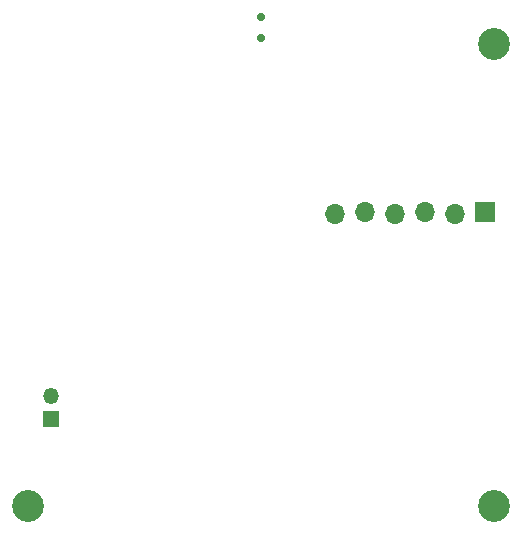
<source format=gbr>
%TF.GenerationSoftware,KiCad,Pcbnew,(5.1.10-1-10_14)*%
%TF.CreationDate,2021-06-21T19:24:18+01:00*%
%TF.ProjectId,IAQ_Project,4941515f-5072-46f6-9a65-63742e6b6963,rev?*%
%TF.SameCoordinates,Original*%
%TF.FileFunction,Soldermask,Bot*%
%TF.FilePolarity,Negative*%
%FSLAX46Y46*%
G04 Gerber Fmt 4.6, Leading zero omitted, Abs format (unit mm)*
G04 Created by KiCad (PCBNEW (5.1.10-1-10_14)) date 2021-06-21 19:24:18*
%MOMM*%
%LPD*%
G01*
G04 APERTURE LIST*
%ADD10C,2.700000*%
%ADD11C,0.700000*%
%ADD12R,1.350000X1.350000*%
%ADD13O,1.350000X1.350000*%
%ADD14O,1.700000X1.700000*%
%ADD15R,1.700000X1.700000*%
G04 APERTURE END LIST*
D10*
%TO.C,REF\u002A\u002A*%
X86350000Y-78950000D03*
%TD*%
%TO.C,REF\u002A\u002A*%
X86350000Y-118050000D03*
%TD*%
%TO.C,REF\u002A\u002A*%
X46950000Y-118050000D03*
%TD*%
D11*
%TO.C,SW1*%
X66650000Y-78400000D03*
X66650000Y-76600000D03*
%TD*%
D12*
%TO.C,J3*%
X48900000Y-110700000D03*
D13*
X48900000Y-108700000D03*
%TD*%
D14*
%TO.C,J1*%
X80525000Y-93100000D03*
X83065000Y-93300000D03*
X72905000Y-93300000D03*
X75445000Y-93100000D03*
X77985000Y-93300000D03*
D15*
X85605000Y-93100000D03*
%TD*%
M02*

</source>
